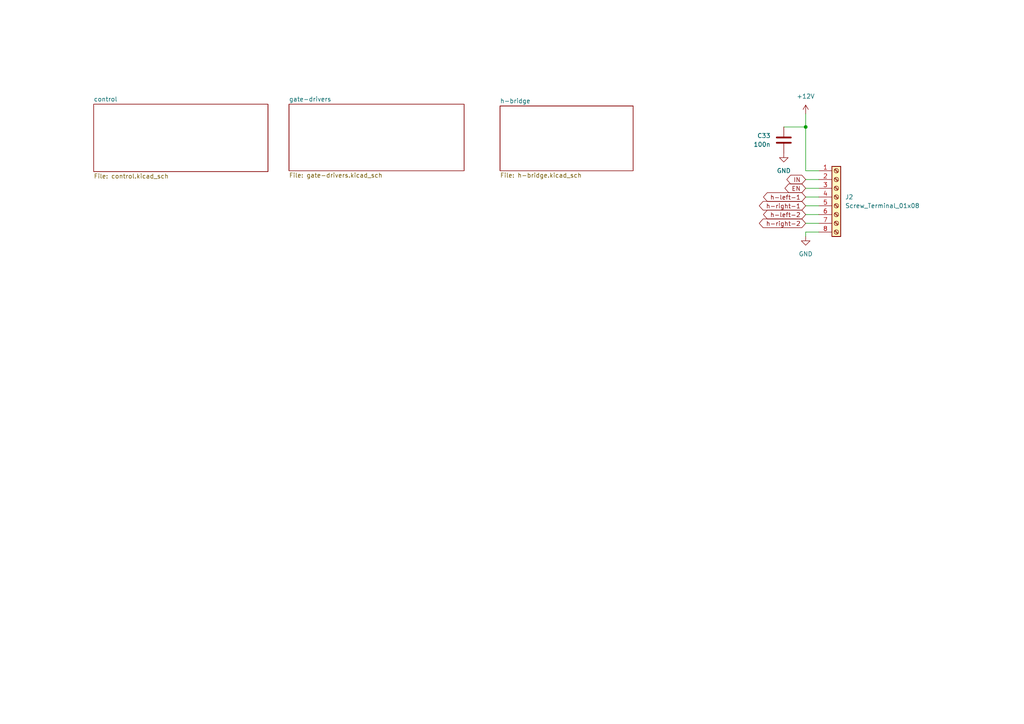
<source format=kicad_sch>
(kicad_sch (version 20250114) (generator "eeschema") (generator_version "9.0")
  (paper "A4")
  (lib_symbols
    (symbol "Connector:Screw_Terminal_01x08" (pin_names (offset 1.016) (hide yes))
      (property "Reference" "J" (at 0 10.16 0))
      (property "Value" "Screw_Terminal_01x08" (at 0 -12.7 0))
      (symbol "Screw_Terminal_01x08_1_1"
        (rectangle (start -1.27 8.89) (end 1.27 -11.43) (stroke (width 0.254)) (fill (type background)))
        (polyline (pts (xy -0.5334 7.9502) (xy 0.3302 7.112)) (stroke (width 0.1524)))
        (polyline (pts (xy -0.5334 5.4102) (xy 0.3302 4.572)) (stroke (width 0.1524)))
        (polyline (pts (xy -0.5334 2.8702) (xy 0.3302 2.032)) (stroke (width 0.1524)))
        (polyline (pts (xy -0.5334 0.3302) (xy 0.3302 -0.508)) (stroke (width 0.1524)))
        (polyline (pts (xy -0.5334 -2.2098) (xy 0.3302 -3.048)) (stroke (width 0.1524)))
        (polyline (pts (xy -0.5334 -4.7498) (xy 0.3302 -5.588)) (stroke (width 0.1524)))
        (polyline (pts (xy -0.5334 -7.2898) (xy 0.3302 -8.128)) (stroke (width 0.1524)))
        (polyline (pts (xy -0.5334 -9.8298) (xy 0.3302 -10.668)) (stroke (width 0.1524)))
        (polyline (pts (xy -0.3556 8.128) (xy 0.508 7.2898)) (stroke (width 0.1524)))
        (polyline (pts (xy -0.3556 5.588) (xy 0.508 4.7498)) (stroke (width 0.1524)))
        (polyline (pts (xy -0.3556 3.048) (xy 0.508 2.2098)) (stroke (width 0.1524)))
        (polyline (pts (xy -0.3556 0.508) (xy 0.508 -0.3302)) (stroke (width 0.1524)))
        (polyline (pts (xy -0.3556 -2.032) (xy 0.508 -2.8702)) (stroke (width 0.1524)))
        (polyline (pts (xy -0.3556 -4.572) (xy 0.508 -5.4102)) (stroke (width 0.1524)))
        (polyline (pts (xy -0.3556 -7.112) (xy 0.508 -7.9502)) (stroke (width 0.1524)))
        (polyline (pts (xy -0.3556 -9.652) (xy 0.508 -10.4902)) (stroke (width 0.1524)))
        (circle (center 0 7.62) (radius 0.635) (stroke (width 0.1524)))
        (circle (center 0 5.08) (radius 0.635) (stroke (width 0.1524)))
        (circle (center 0 2.54) (radius 0.635) (stroke (width 0.1524)))
        (circle (center 0 0) (radius 0.635) (stroke (width 0.1524)))
        (circle (center 0 -2.54) (radius 0.635) (stroke (width 0.1524)))
        (circle (center 0 -5.08) (radius 0.635) (stroke (width 0.1524)))
        (circle (center 0 -7.62) (radius 0.635) (stroke (width 0.1524)))
        (circle (center 0 -10.16) (radius 0.635) (stroke (width 0.1524)))
        (pin passive line (at -5.08 7.62 0) (length 3.81) (name "Pin_1") (number "1"))
        (pin passive line (at -5.08 5.08 0) (length 3.81) (name "Pin_2") (number "2"))
        (pin passive line (at -5.08 2.54 0) (length 3.81) (name "Pin_3") (number "3"))
        (pin passive line (at -5.08 0 0) (length 3.81) (name "Pin_4") (number "4"))
        (pin passive line (at -5.08 -2.54 0) (length 3.81) (name "Pin_5") (number "5"))
        (pin passive line (at -5.08 -5.08 0) (length 3.81) (name "Pin_6") (number "6"))
        (pin passive line (at -5.08 -7.62 0) (length 3.81) (name "Pin_7") (number "7"))
        (pin passive line (at -5.08 -10.16 0) (length 3.81) (name "Pin_8") (number "8"))
      )
    )
    (symbol "Device:C" (pin_numbers (hide yes)) (pin_names (offset 0.254))
      (property "Reference" "C" (at 0.635 2.54 0))
      (property "Value" "C" (at 0.635 -2.54 0))
      (symbol "C_0_1"
        (polyline (pts (xy -2.032 0.762) (xy 2.032 0.762)) (stroke (width 0.508)))
        (polyline (pts (xy -2.032 -0.762) (xy 2.032 -0.762)) (stroke (width 0.508)))
      )
      (symbol "C_1_1"
        (pin passive line (at 0 3.81 270) (length 2.794) (name "~") (number "1"))
        (pin passive line (at 0 -3.81 90) (length 2.794) (name "~") (number "2"))
      )
    )
    (symbol "power:+12V" (power) (pin_numbers (hide yes)) (pin_names (offset 0) (hide yes))
      (property "Value" "+12V" (at 0 3.556 0))
      (symbol "+12V_0_1"
        (polyline (pts (xy -0.762 1.27) (xy 0 2.54)))
        (polyline (pts (xy 0 2.54) (xy 0.762 1.27)))
        (polyline (pts (xy 0 0) (xy 0 2.54)))
      )
      (symbol "+12V_1_1"
        (pin power_in line (at 0 0 90) (length 0) (name "~") (number "1"))
      )
    )
    (symbol "power:GND" (power) (pin_numbers (hide yes)) (pin_names (offset 0) (hide yes))
      (property "Value" "GND" (at 0 -3.81 0))
      (symbol "GND_0_1"
        (polyline (pts (xy 0 0) (xy 0 -1.27) (xy 1.27 -1.27) (xy 0 -2.54) (xy -1.27 -1.27) (xy 0 -1.27)))
      )
      (symbol "GND_1_1"
        (pin power_in line (at 0 0 270) (length 0) (name "~") (number "1"))
      )
    )
  )
  (junction (at 233.68 36.83))
  (wire (pts (xy 233.68 52.07) (xy 237.49 52.07)))
  (wire (pts (xy 233.68 64.77) (xy 237.49 64.77)))
  (wire (pts (xy 233.68 57.15) (xy 237.49 57.15)))
  (wire (pts (xy 233.68 36.83) (xy 233.68 49.53)))
  (wire (pts (xy 233.68 49.53) (xy 237.49 49.53)))
  (wire (pts (xy 227.33 36.83) (xy 233.68 36.83)))
  (wire (pts (xy 237.49 67.31) (xy 233.68 67.31)))
  (wire (pts (xy 233.68 67.31) (xy 233.68 68.58)))
  (wire (pts (xy 233.68 59.69) (xy 237.49 59.69)))
  (wire (pts (xy 233.68 33.02) (xy 233.68 36.83)))
  (wire (pts (xy 233.68 62.23) (xy 237.49 62.23)))
  (wire (pts (xy 233.68 54.61) (xy 237.49 54.61)))
  (global_label "h-right-2" (shape bidirectional) (at 233.68 64.77 180) (property "Intersheetrefs" "${INTERSHEET_REFS}" (effects (hide yes))))
  (global_label "h-left-2" (shape bidirectional) (at 233.68 62.23 180) (property "Intersheetrefs" "${INTERSHEET_REFS}" (effects (hide yes))))
  (global_label "h-left-1" (shape bidirectional) (at 233.68 57.15 180) (property "Intersheetrefs" "${INTERSHEET_REFS}" (effects (hide yes))))
  (global_label "h-right-1" (shape bidirectional) (at 233.68 59.69 180) (property "Intersheetrefs" "${INTERSHEET_REFS}" (effects (hide yes))))
  (global_label "IN" (shape bidirectional) (at 233.68 52.07 180) (property "Intersheetrefs" "${INTERSHEET_REFS}" (effects (hide yes))))
  (global_label "EN" (shape bidirectional) (at 233.68 54.61 180) (property "Intersheetrefs" "${INTERSHEET_REFS}" (effects (hide yes))))
  (symbol (lib_id "power:GND") (at 233.68 68.58 0) (unit 1)
    (property "Reference" "#PWR066" (effects (hide yes)))
    (property "Value" "GND" (at 233.68 73.66 0))
    (property "Description" "Power symbol creates a global label with name \"GND\" , ground" (effects (hide yes)))
  )
  (symbol (lib_id "power:GND") (at 227.33 44.45 0) (unit 1)
    (property "Reference" "#PWR067" (effects (hide yes)))
    (property "Value" "GND" (at 227.33 49.53 0))
    (property "Description" "Power symbol creates a global label with name \"GND\" , ground" (effects (hide yes)))
  )
  (symbol (lib_id "Device:C") (at 227.33 40.64 0) (mirror y) (unit 1)
    (property "Reference" "C33" (at 223.52 39.3699 0) (effects (justify left)))
    (property "Value" "100n" (at 223.52 41.9099 0) (effects (justify left)))
    (property "Footprint" "Capacitor_SMD:C_1206_3216Metric" (effects (hide yes)))
    (property "Description" "Unpolarized capacitor" (effects (hide yes)))
  )
  (symbol (lib_id "Connector:Screw_Terminal_01x08") (at 242.57 57.15 0) (unit 1)
    (property "Reference" "J2" (at 245.11 57.1499 0) (effects (justify left)))
    (property "Value" "Screw_Terminal_01x08" (at 245.11 59.6899 0) (effects (justify left)))
    (property "Footprint" "TerminalBlock:TerminalBlock_MaiXu_MX126-5.0-08P_1x08_P5.00mm" (effects (hide yes)))
    (property "Description" "Generic screw terminal, single row, 01x08, script generated (kicad-library-utils/schlib/autogen/connector/)" (effects (hide yes)))
  )
  (symbol (lib_id "power:+12V") (at 233.68 33.02 0) (unit 1)
    (property "Reference" "#PWR065" (effects (hide yes)))
    (property "Value" "+12V" (at 233.68 27.94 0))
    (property "Description" "Power symbol creates a global label with name \"+12V\"" (effects (hide yes)))
  )
  (sheet (at 27.178 30.226) (size 50.546 19.558) (stroke (width 0.1524))
    (property "Sheetname" "control" (at 27.178 29.5144 0) (effects (justify left bottom)))
    (property "Sheetfile" "control.kicad_sch" (at 27.178 50.3686 0) (effects (justify left top)))
  )
  (sheet (at 145.034 30.734) (size 38.608 18.796) (stroke (width 0.1524))
    (property "Sheetname" "h-bridge" (at 145.034 30.0224 0) (effects (justify left bottom)))
    (property "Sheetfile" "h-bridge.kicad_sch" (at 145.034 50.1146 0) (effects (justify left top)))
  )
  (sheet (at 83.82 30.226) (size 50.8 19.304) (stroke (width 0.1524))
    (property "Sheetname" "gate-drivers" (at 83.82 29.5144 0) (effects (justify left bottom)))
    (property "Sheetfile" "gate-drivers.kicad_sch" (at 83.82 50.1146 0) (effects (justify left top)))
  )
)
</source>
